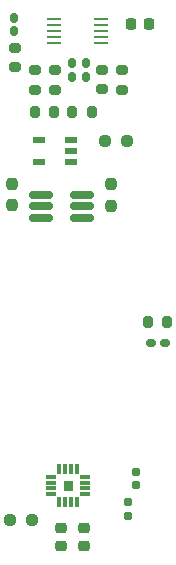
<source format=gbr>
%TF.GenerationSoftware,KiCad,Pcbnew,8.0.6*%
%TF.CreationDate,2024-11-19T20:55:52-06:00*%
%TF.ProjectId,speaker,73706561-6b65-4722-9e6b-696361645f70,rev?*%
%TF.SameCoordinates,Original*%
%TF.FileFunction,Paste,Top*%
%TF.FilePolarity,Positive*%
%FSLAX46Y46*%
G04 Gerber Fmt 4.6, Leading zero omitted, Abs format (unit mm)*
G04 Created by KiCad (PCBNEW 8.0.6) date 2024-11-19 20:55:52*
%MOMM*%
%LPD*%
G01*
G04 APERTURE LIST*
G04 Aperture macros list*
%AMRoundRect*
0 Rectangle with rounded corners*
0 $1 Rounding radius*
0 $2 $3 $4 $5 $6 $7 $8 $9 X,Y pos of 4 corners*
0 Add a 4 corners polygon primitive as box body*
4,1,4,$2,$3,$4,$5,$6,$7,$8,$9,$2,$3,0*
0 Add four circle primitives for the rounded corners*
1,1,$1+$1,$2,$3*
1,1,$1+$1,$4,$5*
1,1,$1+$1,$6,$7*
1,1,$1+$1,$8,$9*
0 Add four rect primitives between the rounded corners*
20,1,$1+$1,$2,$3,$4,$5,0*
20,1,$1+$1,$4,$5,$6,$7,0*
20,1,$1+$1,$6,$7,$8,$9,0*
20,1,$1+$1,$8,$9,$2,$3,0*%
G04 Aperture macros list end*
%ADD10C,0.010000*%
%ADD11R,0.977900X0.508000*%
%ADD12RoundRect,0.155000X-0.155000X0.212500X-0.155000X-0.212500X0.155000X-0.212500X0.155000X0.212500X0*%
%ADD13RoundRect,0.237500X0.250000X0.237500X-0.250000X0.237500X-0.250000X-0.237500X0.250000X-0.237500X0*%
%ADD14RoundRect,0.155000X0.155000X-0.212500X0.155000X0.212500X-0.155000X0.212500X-0.155000X-0.212500X0*%
%ADD15RoundRect,0.160000X0.160000X-0.222500X0.160000X0.222500X-0.160000X0.222500X-0.160000X-0.222500X0*%
%ADD16RoundRect,0.200000X-0.275000X0.200000X-0.275000X-0.200000X0.275000X-0.200000X0.275000X0.200000X0*%
%ADD17RoundRect,0.160000X0.222500X0.160000X-0.222500X0.160000X-0.222500X-0.160000X0.222500X-0.160000X0*%
%ADD18RoundRect,0.200000X0.275000X-0.200000X0.275000X0.200000X-0.275000X0.200000X-0.275000X-0.200000X0*%
%ADD19RoundRect,0.225000X-0.225000X-0.250000X0.225000X-0.250000X0.225000X0.250000X-0.225000X0.250000X0*%
%ADD20RoundRect,0.237500X-0.237500X0.250000X-0.237500X-0.250000X0.237500X-0.250000X0.237500X0.250000X0*%
%ADD21RoundRect,0.225000X-0.250000X0.225000X-0.250000X-0.225000X0.250000X-0.225000X0.250000X0.225000X0*%
%ADD22R,1.219200X0.279400*%
%ADD23RoundRect,0.200000X-0.200000X-0.275000X0.200000X-0.275000X0.200000X0.275000X-0.200000X0.275000X0*%
%ADD24RoundRect,0.200000X0.200000X0.275000X-0.200000X0.275000X-0.200000X-0.275000X0.200000X-0.275000X0*%
%ADD25RoundRect,0.008100X-0.411900X-0.126900X0.411900X-0.126900X0.411900X0.126900X-0.411900X0.126900X0*%
%ADD26RoundRect,0.008100X0.126900X-0.411900X0.126900X0.411900X-0.126900X0.411900X-0.126900X-0.411900X0*%
%ADD27RoundRect,0.237500X0.237500X-0.250000X0.237500X0.250000X-0.237500X0.250000X-0.237500X-0.250000X0*%
%ADD28RoundRect,0.162500X-0.837500X-0.162500X0.837500X-0.162500X0.837500X0.162500X-0.837500X0.162500X0*%
G04 APERTURE END LIST*
D10*
%TO.C,U3*%
X129250000Y-103425000D02*
X128550000Y-103425000D01*
X128550000Y-102725000D01*
X129250000Y-102725000D01*
X129250000Y-103425000D01*
G36*
X129250000Y-103425000D02*
G01*
X128550000Y-103425000D01*
X128550000Y-102725000D01*
X129250000Y-102725000D01*
X129250000Y-103425000D01*
G37*
%TD*%
D11*
%TO.C,U2*%
X129165250Y-75700001D03*
X129165250Y-74750000D03*
X129165250Y-73799999D03*
X126434750Y-73799999D03*
X126434750Y-75700001D03*
%TD*%
D12*
%TO.C,C1*%
X134000000Y-104500000D03*
X134000000Y-105635000D03*
%TD*%
D13*
%TO.C,R5*%
X133862500Y-73900000D03*
X132037500Y-73900000D03*
%TD*%
D14*
%TO.C,C5*%
X134700000Y-103067500D03*
X134700000Y-101932500D03*
%TD*%
D13*
%TO.C,R3*%
X125812500Y-106000000D03*
X123987500Y-106000000D03*
%TD*%
D15*
%TO.C,D2*%
X130400000Y-68472501D03*
X130400000Y-67327499D03*
%TD*%
D16*
%TO.C,RT2*%
X127800000Y-67925000D03*
X127800000Y-69575000D03*
%TD*%
D17*
%TO.C,D4*%
X137072501Y-91000000D03*
X135927499Y-91000000D03*
%TD*%
D18*
%TO.C,R_Stat2_LED1*%
X133500000Y-69575000D03*
X133500000Y-67925000D03*
%TD*%
D19*
%TO.C,C2*%
X134200000Y-64000000D03*
X135750000Y-64000000D03*
%TD*%
D16*
%TO.C,R2*%
X126100000Y-67925000D03*
X126100000Y-69575000D03*
%TD*%
D20*
%TO.C,R6*%
X124150000Y-77537500D03*
X124150000Y-79362500D03*
%TD*%
D21*
%TO.C,C3*%
X128277600Y-106668400D03*
X128277600Y-108218400D03*
%TD*%
D22*
%TO.C,U5*%
X127691000Y-63599999D03*
X127691000Y-64100001D03*
X127691000Y-64600000D03*
X127691000Y-65099999D03*
X127691000Y-65600001D03*
X131678800Y-65600001D03*
X131678800Y-65099999D03*
X131678800Y-64600000D03*
X131678800Y-64100001D03*
X131678800Y-63599999D03*
%TD*%
D15*
%TO.C,D3*%
X129200000Y-68472501D03*
X129200000Y-67327499D03*
%TD*%
D23*
%TO.C,RT1*%
X129250000Y-71450000D03*
X130900000Y-71450000D03*
%TD*%
D24*
%TO.C,R1*%
X127725000Y-71450000D03*
X126075000Y-71450000D03*
%TD*%
D21*
%TO.C,C4*%
X130233400Y-106668400D03*
X130233400Y-108218400D03*
%TD*%
D15*
%TO.C,D1*%
X124350000Y-64622500D03*
X124350000Y-63477500D03*
%TD*%
D18*
%TO.C,R_Stat1_LED1*%
X131800000Y-69525000D03*
X131800000Y-67875000D03*
%TD*%
D25*
%TO.C,U3*%
X127465000Y-102325000D03*
X127465000Y-102825000D03*
X127465000Y-103325000D03*
X127465000Y-103825000D03*
D26*
X128150000Y-104510000D03*
X128650000Y-104510000D03*
X129150000Y-104510000D03*
X129650000Y-104510000D03*
D25*
X130335000Y-103825000D03*
X130335000Y-103325000D03*
X130335000Y-102825000D03*
X130335000Y-102325000D03*
D26*
X129650000Y-101640000D03*
X129150000Y-101640000D03*
X128650000Y-101640000D03*
X128150000Y-101640000D03*
%TD*%
D27*
%TO.C,R4*%
X132500000Y-79412500D03*
X132500000Y-77587500D03*
%TD*%
D24*
%TO.C,R_POWER_LED1*%
X137325000Y-89250000D03*
X135675000Y-89250000D03*
%TD*%
D16*
%TO.C,R_PG_LED1*%
X124400000Y-66000000D03*
X124400000Y-67650000D03*
%TD*%
D28*
%TO.C,U4*%
X126640000Y-78500000D03*
X126640000Y-79450000D03*
X126640000Y-80400000D03*
X130060000Y-80400000D03*
X130060000Y-79450000D03*
X130060000Y-78500000D03*
%TD*%
M02*

</source>
